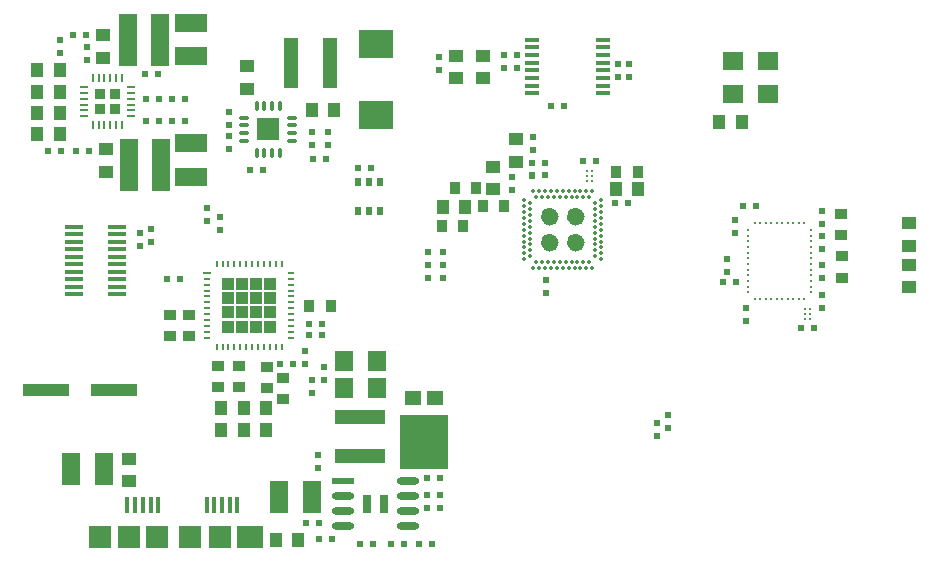
<source format=gtp>
G04 Layer_Color=8421504*
%FSLAX44Y44*%
%MOMM*%
G71*
G01*
G75*
%ADD10R,0.6500X0.2500*%
%ADD11O,0.6500X0.2500*%
%ADD12O,0.2500X0.6500*%
%ADD14R,0.9000X1.0000*%
%ADD15R,1.0000X0.9000*%
%ADD16R,0.6000X0.6000*%
%ADD19R,0.6000X0.8000*%
%ADD20R,0.6000X0.6000*%
%ADD21R,1.6000X0.4000*%
%ADD22R,1.6000X0.4000*%
%ADD24O,1.9000X0.6000*%
%ADD25R,1.9000X0.6000*%
%ADD26R,4.2000X1.2000*%
%ADD27C,0.1800*%
%ADD28R,1.6000X2.7000*%
%ADD29R,2.3000X1.9000*%
%ADD30R,0.4000X1.4000*%
%ADD31R,1.9000X1.9000*%
%ADD32R,4.1500X4.6500*%
%ADD33R,1.4500X1.1500*%
%ADD34R,4.0000X1.0000*%
%ADD35R,1.0000X1.3000*%
%ADD36C,0.2500*%
%ADD37R,1.3000X1.1000*%
%ADD38R,1.6000X4.5000*%
%ADD39R,1.3000X1.0000*%
%ADD40R,3.0000X2.4000*%
%ADD41R,1.8000X1.6000*%
%ADD42O,0.2500X0.8000*%
%ADD43O,0.8000X0.2500*%
%ADD45O,1.0000X0.3500*%
%ADD46O,0.3500X1.0000*%
%ADD47R,1.9500X1.9500*%
%ADD48R,1.2000X4.2000*%
%ADD49R,2.7000X1.6000*%
%ADD50R,1.2000X0.3000*%
%ADD51R,1.6000X1.8000*%
G04:AMPARAMS|DCode=53|XSize=0.3mm|YSize=0.3mm|CornerRadius=0.075mm|HoleSize=0mm|Usage=FLASHONLY|Rotation=90.000|XOffset=0mm|YOffset=0mm|HoleType=Round|Shape=RoundedRectangle|*
%AMROUNDEDRECTD53*
21,1,0.3000,0.1500,0,0,90.0*
21,1,0.1500,0.3000,0,0,90.0*
1,1,0.1500,0.0750,0.0750*
1,1,0.1500,0.0750,-0.0750*
1,1,0.1500,-0.0750,-0.0750*
1,1,0.1500,-0.0750,0.0750*
%
%ADD53ROUNDEDRECTD53*%
%ADD62C,1.0000*%
%ADD100R,1.0000X1.0000*%
%ADD101R,1.0000X1.0000*%
%ADD102R,0.7000X1.6000*%
%ADD103R,0.7000X1.6000*%
%ADD104R,0.9000X0.9000*%
%ADD105R,0.9000X0.9160*%
D10*
X164750Y239500D02*
D03*
D11*
Y234500D02*
D03*
Y229500D02*
D03*
Y224500D02*
D03*
Y219500D02*
D03*
Y214500D02*
D03*
Y209500D02*
D03*
Y204500D02*
D03*
Y199500D02*
D03*
Y194500D02*
D03*
Y189500D02*
D03*
Y184500D02*
D03*
X235250D02*
D03*
Y189500D02*
D03*
Y194500D02*
D03*
Y199500D02*
D03*
Y204500D02*
D03*
Y209500D02*
D03*
Y214500D02*
D03*
Y219500D02*
D03*
Y224500D02*
D03*
Y229500D02*
D03*
Y234500D02*
D03*
Y239500D02*
D03*
D12*
X172500Y176750D02*
D03*
X177500D02*
D03*
X182500D02*
D03*
X187500D02*
D03*
X192500D02*
D03*
X197500D02*
D03*
X202500D02*
D03*
X207500D02*
D03*
X212500D02*
D03*
X217500D02*
D03*
X222500D02*
D03*
X227500D02*
D03*
Y247250D02*
D03*
X222500D02*
D03*
X217500D02*
D03*
X212500D02*
D03*
X207500D02*
D03*
X202500D02*
D03*
X197500D02*
D03*
X192500D02*
D03*
X187500D02*
D03*
X182500D02*
D03*
X177500D02*
D03*
X172500D02*
D03*
D14*
X363000Y279000D02*
D03*
X381000D02*
D03*
X269000Y211000D02*
D03*
X251000D02*
D03*
X511000Y325000D02*
D03*
X529000D02*
D03*
X416000Y296000D02*
D03*
X398000D02*
D03*
X392500Y311000D02*
D03*
X374500D02*
D03*
D15*
X215000Y142000D02*
D03*
Y160000D02*
D03*
X228500Y150500D02*
D03*
Y132500D02*
D03*
X174000Y143000D02*
D03*
Y161000D02*
D03*
X191000Y143000D02*
D03*
Y161000D02*
D03*
X133000Y186000D02*
D03*
Y204000D02*
D03*
X149000Y186000D02*
D03*
Y204000D02*
D03*
X702000Y253500D02*
D03*
Y235500D02*
D03*
X701500Y271500D02*
D03*
Y289500D02*
D03*
D16*
X247000Y162500D02*
D03*
Y173500D02*
D03*
X440000Y343500D02*
D03*
Y354500D02*
D03*
X439500Y332750D02*
D03*
Y321750D02*
D03*
X351500Y246500D02*
D03*
Y257500D02*
D03*
X364000Y246500D02*
D03*
Y257500D02*
D03*
X351500Y246500D02*
D03*
Y235500D02*
D03*
X364000Y246500D02*
D03*
Y235500D02*
D03*
X253000Y358500D02*
D03*
Y347500D02*
D03*
X266500D02*
D03*
Y358500D02*
D03*
X350500Y40000D02*
D03*
Y51000D02*
D03*
X512000Y405500D02*
D03*
Y416500D02*
D03*
X116500Y276500D02*
D03*
Y265500D02*
D03*
X258000Y85500D02*
D03*
Y74500D02*
D03*
X253000Y137500D02*
D03*
Y148500D02*
D03*
X175500Y276000D02*
D03*
Y287000D02*
D03*
X361500Y51000D02*
D03*
Y40000D02*
D03*
X522000Y405500D02*
D03*
Y416500D02*
D03*
X416000Y423500D02*
D03*
Y412500D02*
D03*
X360500Y411376D02*
D03*
Y422376D02*
D03*
X183000Y375500D02*
D03*
Y364500D02*
D03*
X451500Y222500D02*
D03*
Y233500D02*
D03*
X685250Y221000D02*
D03*
Y210000D02*
D03*
X40000Y425500D02*
D03*
Y436500D02*
D03*
X63000Y419500D02*
D03*
Y430500D02*
D03*
X685250Y280500D02*
D03*
Y291500D02*
D03*
X611000Y284500D02*
D03*
Y273500D02*
D03*
X183000Y344500D02*
D03*
Y355500D02*
D03*
X620500Y209500D02*
D03*
Y198500D02*
D03*
X604515Y240370D02*
D03*
Y251370D02*
D03*
X685250Y271000D02*
D03*
Y260000D02*
D03*
Y246000D02*
D03*
Y235000D02*
D03*
X545000Y112500D02*
D03*
Y101500D02*
D03*
X555000Y119500D02*
D03*
Y108500D02*
D03*
X422500Y320500D02*
D03*
Y309500D02*
D03*
X107500Y273000D02*
D03*
Y262000D02*
D03*
X427000Y423500D02*
D03*
Y412500D02*
D03*
X263000Y159500D02*
D03*
Y148500D02*
D03*
X164500Y283500D02*
D03*
Y294500D02*
D03*
D19*
X311071Y316583D02*
D03*
X292071D02*
D03*
X301571Y291583D02*
D03*
Y316583D02*
D03*
X311071Y291583D02*
D03*
X292071D02*
D03*
D20*
X303500Y328000D02*
D03*
X292500D02*
D03*
X265000Y336000D02*
D03*
X254000D02*
D03*
X361500Y65500D02*
D03*
X350500D02*
D03*
X250500Y187000D02*
D03*
X261500D02*
D03*
X250500Y196500D02*
D03*
X261500D02*
D03*
X320500Y10000D02*
D03*
X331500D02*
D03*
X270500Y14500D02*
D03*
X259500D02*
D03*
X259500Y28000D02*
D03*
X248500D02*
D03*
X293500Y10000D02*
D03*
X304500D02*
D03*
X354500Y10000D02*
D03*
X343500D02*
D03*
X64000Y342750D02*
D03*
X53000D02*
D03*
X29500D02*
D03*
X40500D02*
D03*
X111500Y408000D02*
D03*
X122500D02*
D03*
X618500Y296000D02*
D03*
X629500D02*
D03*
X113000Y387000D02*
D03*
X124000D02*
D03*
X212000Y326750D02*
D03*
X201000D02*
D03*
X61500Y441000D02*
D03*
X50500D02*
D03*
X509500Y298250D02*
D03*
X520500D02*
D03*
X439500Y322000D02*
D03*
X450500D02*
D03*
X678000Y192500D02*
D03*
X667000D02*
D03*
X482500Y334000D02*
D03*
X493500D02*
D03*
X612192Y231500D02*
D03*
X601192D02*
D03*
X135000Y387000D02*
D03*
X146000D02*
D03*
X135000Y368000D02*
D03*
X146000D02*
D03*
X113000D02*
D03*
X124000D02*
D03*
X450500Y332500D02*
D03*
X439500D02*
D03*
X455500Y381000D02*
D03*
X466500D02*
D03*
X141500Y234000D02*
D03*
X130500D02*
D03*
X226500Y162000D02*
D03*
X237500D02*
D03*
D21*
X88000Y278575D02*
D03*
X52000D02*
D03*
X88000Y272225D02*
D03*
X52000D02*
D03*
X88000Y265875D02*
D03*
X52000D02*
D03*
X88000Y259525D02*
D03*
X52000D02*
D03*
X88000Y253175D02*
D03*
X52000D02*
D03*
D22*
X88000Y246825D02*
D03*
X52000D02*
D03*
X88000Y240475D02*
D03*
X52000D02*
D03*
X88000Y234125D02*
D03*
X52000D02*
D03*
X88000Y227775D02*
D03*
X52000D02*
D03*
Y221425D02*
D03*
X88000D02*
D03*
D24*
X334800Y24950D02*
D03*
Y37650D02*
D03*
Y50350D02*
D03*
Y63050D02*
D03*
X279200Y24950D02*
D03*
Y37650D02*
D03*
Y50350D02*
D03*
D25*
Y63050D02*
D03*
D26*
X294000Y117500D02*
D03*
Y84500D02*
D03*
D27*
X669996Y281346D02*
D03*
X665335D02*
D03*
X660675D02*
D03*
X656013D02*
D03*
X651352D02*
D03*
X646692D02*
D03*
X642030D02*
D03*
X637369D02*
D03*
X632709D02*
D03*
X628047D02*
D03*
X622683Y275829D02*
D03*
Y271012D02*
D03*
Y266195D02*
D03*
Y261378D02*
D03*
Y256562D02*
D03*
Y251744D02*
D03*
Y246928D02*
D03*
Y242111D02*
D03*
Y237293D02*
D03*
Y232477D02*
D03*
Y227660D02*
D03*
Y222843D02*
D03*
X628047Y217326D02*
D03*
X632709D02*
D03*
X637369D02*
D03*
X642030D02*
D03*
X646692D02*
D03*
X651352D02*
D03*
X656013D02*
D03*
X660675D02*
D03*
X665335D02*
D03*
X669996D02*
D03*
X675361Y222843D02*
D03*
Y227660D02*
D03*
Y232477D02*
D03*
Y237293D02*
D03*
Y242111D02*
D03*
Y246928D02*
D03*
Y251744D02*
D03*
Y256562D02*
D03*
Y261378D02*
D03*
Y266195D02*
D03*
Y271012D02*
D03*
Y275829D02*
D03*
D28*
X225000Y50000D02*
D03*
X253000D02*
D03*
X49500Y73000D02*
D03*
X77500D02*
D03*
D29*
X201000Y15500D02*
D03*
D30*
X97000Y42500D02*
D03*
X103500D02*
D03*
X110000D02*
D03*
X116500D02*
D03*
X123000D02*
D03*
X164000D02*
D03*
X170500D02*
D03*
X177000D02*
D03*
X183500D02*
D03*
X190000D02*
D03*
D31*
X175000Y15500D02*
D03*
X150000D02*
D03*
X122000D02*
D03*
X98000D02*
D03*
X74000D02*
D03*
D32*
X348000Y96000D02*
D03*
D33*
X338801Y133500D02*
D03*
X357199D02*
D03*
D34*
X28000Y140000D02*
D03*
X86000D02*
D03*
D35*
X383000Y295000D02*
D03*
X364000D02*
D03*
X20500Y357000D02*
D03*
X39500D02*
D03*
X598000Y367500D02*
D03*
X617000D02*
D03*
X253000Y377000D02*
D03*
X272000D02*
D03*
X39500Y375000D02*
D03*
X20500D02*
D03*
Y411000D02*
D03*
X39500D02*
D03*
X529500Y310500D02*
D03*
X510500D02*
D03*
X39500Y393000D02*
D03*
X20500D02*
D03*
X222500Y13500D02*
D03*
X241500D02*
D03*
X195500Y106000D02*
D03*
X214500D02*
D03*
X195500Y125000D02*
D03*
X214500D02*
D03*
X176500D02*
D03*
X195500D02*
D03*
X176500Y106000D02*
D03*
X195500D02*
D03*
D36*
X486417Y325570D02*
D03*
Y321571D02*
D03*
Y317571D02*
D03*
X490417Y325570D02*
D03*
Y321571D02*
D03*
Y317571D02*
D03*
X674500Y200500D02*
D03*
Y204500D02*
D03*
Y208500D02*
D03*
X670500Y200500D02*
D03*
Y204500D02*
D03*
Y208500D02*
D03*
D37*
X375000Y423376D02*
D03*
Y404376D02*
D03*
X398000D02*
D03*
Y423376D02*
D03*
D38*
X97500Y437000D02*
D03*
X124500D02*
D03*
X125500Y331000D02*
D03*
X98500D02*
D03*
D39*
X758500Y281500D02*
D03*
Y262500D02*
D03*
Y227500D02*
D03*
Y246500D02*
D03*
X198000Y414500D02*
D03*
Y395500D02*
D03*
X76500Y440500D02*
D03*
Y421500D02*
D03*
X78500Y325000D02*
D03*
Y344000D02*
D03*
X406500Y329500D02*
D03*
Y310500D02*
D03*
X426000Y352500D02*
D03*
Y333500D02*
D03*
X98000Y82000D02*
D03*
Y63000D02*
D03*
X426000Y333500D02*
D03*
Y352500D02*
D03*
D40*
X307000Y373000D02*
D03*
Y433000D02*
D03*
D41*
X639500Y418750D02*
D03*
Y390750D02*
D03*
X610000Y418750D02*
D03*
Y390750D02*
D03*
D42*
X67500Y364500D02*
D03*
X72500D02*
D03*
X77500D02*
D03*
X82500D02*
D03*
X87500D02*
D03*
X92500D02*
D03*
Y404500D02*
D03*
X87500D02*
D03*
X82500D02*
D03*
X77500D02*
D03*
X72500D02*
D03*
X67500D02*
D03*
D43*
X100000Y372000D02*
D03*
Y377000D02*
D03*
Y382000D02*
D03*
Y387000D02*
D03*
Y392000D02*
D03*
Y397000D02*
D03*
X60000D02*
D03*
Y392000D02*
D03*
Y387000D02*
D03*
Y382000D02*
D03*
Y377000D02*
D03*
Y372000D02*
D03*
D45*
X236000Y357750D02*
D03*
Y351250D02*
D03*
Y364250D02*
D03*
Y370750D02*
D03*
X196000D02*
D03*
Y364250D02*
D03*
Y357750D02*
D03*
Y351250D02*
D03*
D46*
X225750Y381000D02*
D03*
X219250D02*
D03*
X212750D02*
D03*
X206250D02*
D03*
X219250Y341000D02*
D03*
X212750D02*
D03*
X206250D02*
D03*
X225750D02*
D03*
D47*
X216000Y361000D02*
D03*
D48*
X235500Y417000D02*
D03*
X268500D02*
D03*
D49*
X151000Y451000D02*
D03*
Y423000D02*
D03*
Y321000D02*
D03*
Y349000D02*
D03*
D50*
X499500Y437000D02*
D03*
Y430500D02*
D03*
Y424000D02*
D03*
Y417500D02*
D03*
Y411000D02*
D03*
Y404500D02*
D03*
Y398000D02*
D03*
Y391500D02*
D03*
X439500D02*
D03*
Y398000D02*
D03*
Y404500D02*
D03*
Y411000D02*
D03*
Y417500D02*
D03*
Y424000D02*
D03*
Y430500D02*
D03*
Y437000D02*
D03*
D51*
X280000Y165000D02*
D03*
X308000D02*
D03*
X280000Y142000D02*
D03*
X308000D02*
D03*
D53*
X498250Y251000D02*
D03*
Y256000D02*
D03*
Y261000D02*
D03*
Y266000D02*
D03*
Y271000D02*
D03*
Y276000D02*
D03*
Y281000D02*
D03*
Y286000D02*
D03*
Y291000D02*
D03*
Y296000D02*
D03*
Y301000D02*
D03*
X490500Y308750D02*
D03*
X485500D02*
D03*
X480500D02*
D03*
X475500D02*
D03*
X470500D02*
D03*
X465500D02*
D03*
X460500D02*
D03*
X455500D02*
D03*
X450500D02*
D03*
X445500D02*
D03*
X440500D02*
D03*
X432750Y301000D02*
D03*
Y296000D02*
D03*
Y291000D02*
D03*
Y286000D02*
D03*
Y281000D02*
D03*
Y276000D02*
D03*
Y271000D02*
D03*
Y266000D02*
D03*
Y261000D02*
D03*
Y256000D02*
D03*
Y251000D02*
D03*
X440500Y243250D02*
D03*
X445500D02*
D03*
X450500D02*
D03*
X455500D02*
D03*
X460500D02*
D03*
X465500D02*
D03*
X470500D02*
D03*
X475500D02*
D03*
X480500D02*
D03*
X485500D02*
D03*
X490500D02*
D03*
X493250Y253500D02*
D03*
Y258500D02*
D03*
Y263500D02*
D03*
Y268500D02*
D03*
Y273500D02*
D03*
Y278500D02*
D03*
Y283500D02*
D03*
Y288500D02*
D03*
Y293500D02*
D03*
Y298500D02*
D03*
X488000Y303750D02*
D03*
X483000D02*
D03*
X478000D02*
D03*
X473000D02*
D03*
X468000D02*
D03*
X463000D02*
D03*
X458000D02*
D03*
X453000D02*
D03*
X448000D02*
D03*
X443000D02*
D03*
X437750Y298500D02*
D03*
Y293500D02*
D03*
Y288500D02*
D03*
Y283500D02*
D03*
Y278500D02*
D03*
Y273500D02*
D03*
Y268500D02*
D03*
Y263500D02*
D03*
Y258500D02*
D03*
Y253500D02*
D03*
X443000Y248250D02*
D03*
X448000D02*
D03*
X453000D02*
D03*
X458000D02*
D03*
X463000D02*
D03*
X468000D02*
D03*
X473000D02*
D03*
X478000D02*
D03*
X483000D02*
D03*
X488000D02*
D03*
D62*
X457000Y265000D02*
G03*
X457000Y265000I-2500J0D01*
G01*
X479000D02*
G03*
X479000Y265000I-2500J0D01*
G01*
Y287000D02*
G03*
X479000Y287000I-2500J0D01*
G01*
X457000D02*
G03*
X457000Y287000I-2500J0D01*
G01*
D100*
X206000Y218000D02*
D03*
X194000Y206000D02*
D03*
X218000Y230000D02*
D03*
X206000D02*
D03*
X182000Y206000D02*
D03*
Y194000D02*
D03*
X194000D02*
D03*
X218000Y206000D02*
D03*
Y218000D02*
D03*
D101*
X194000Y218000D02*
D03*
X206000Y206000D02*
D03*
X194000Y230000D02*
D03*
X182000D02*
D03*
Y218000D02*
D03*
X206000Y194000D02*
D03*
X218000D02*
D03*
D102*
X314250Y43500D02*
D03*
D103*
X299750Y43750D02*
D03*
D104*
X73499Y378002D02*
D03*
X86500Y390999D02*
D03*
D105*
X73499Y391082D02*
D03*
X86501Y377918D02*
D03*
M02*

</source>
